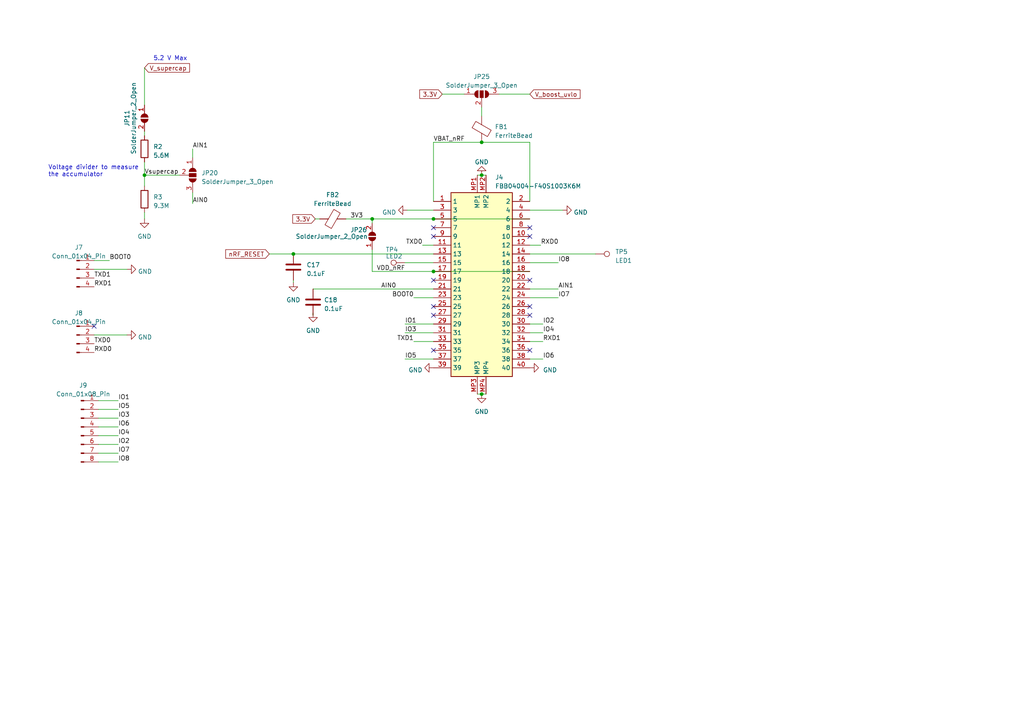
<source format=kicad_sch>
(kicad_sch (version 20230121) (generator eeschema)
  (paper "A4")
  (title_block (comment 1 "Manufacturer Part-No: FBB04004-F40S1003K6M (female/socket)") (comment 2 "There are two suppliers for the connectors, Panasonic and TXGA.") (comment 3 "The available GPIOs are routed to a pin header for future use") (comment 4 "The WisBlock RAK4631 fits on this board via the WisConnector 40 pin female/header	"))
  (lib_symbols
    (symbol "Connector:Conn_01x04_Pin" (pin_names (offset 1.016) hide)
      (property "Reference" "J" (at 0 5.08 0))
      (property "Value" "Conn_01x04_Pin" (at 0 -7.62 0))
      (symbol "Conn_01x04_Pin_1_1"
        (polyline (pts (xy 1.27 -5.08) (xy 0.8636 -5.08)) (stroke (width 0.1524)))
        (polyline (pts (xy 1.27 -2.54) (xy 0.8636 -2.54)) (stroke (width 0.1524)))
        (polyline (pts (xy 1.27 0) (xy 0.8636 0)) (stroke (width 0.1524)))
        (polyline (pts (xy 1.27 2.54) (xy 0.8636 2.54)) (stroke (width 0.1524)))
        (rectangle (start 0.8636 -4.953) (end 0 -5.207) (stroke (width 0.1524)) (fill (type outline)))
        (rectangle (start 0.8636 -2.413) (end 0 -2.667) (stroke (width 0.1524)) (fill (type outline)))
        (rectangle (start 0.8636 0.127) (end 0 -0.127) (stroke (width 0.1524)) (fill (type outline)))
        (rectangle (start 0.8636 2.667) (end 0 2.413) (stroke (width 0.1524)) (fill (type outline)))
        (pin passive line (at 5.08 2.54 180) (length 3.81) (name "Pin_1") (number "1"))
        (pin passive line (at 5.08 0 180) (length 3.81) (name "Pin_2") (number "2"))
        (pin passive line (at 5.08 -2.54 180) (length 3.81) (name "Pin_3") (number "3"))
        (pin passive line (at 5.08 -5.08 180) (length 3.81) (name "Pin_4") (number "4"))
      )
    )
    (symbol "Connector:Conn_01x08_Pin" (pin_names (offset 1.016) hide)
      (property "Reference" "J" (at 0 10.16 0))
      (property "Value" "Conn_01x08_Pin" (at 0 -12.7 0))
      (symbol "Conn_01x08_Pin_1_1"
        (polyline (pts (xy 1.27 -10.16) (xy 0.8636 -10.16)) (stroke (width 0.1524)))
        (polyline (pts (xy 1.27 -7.62) (xy 0.8636 -7.62)) (stroke (width 0.1524)))
        (polyline (pts (xy 1.27 -5.08) (xy 0.8636 -5.08)) (stroke (width 0.1524)))
        (polyline (pts (xy 1.27 -2.54) (xy 0.8636 -2.54)) (stroke (width 0.1524)))
        (polyline (pts (xy 1.27 0) (xy 0.8636 0)) (stroke (width 0.1524)))
        (polyline (pts (xy 1.27 2.54) (xy 0.8636 2.54)) (stroke (width 0.1524)))
        (polyline (pts (xy 1.27 5.08) (xy 0.8636 5.08)) (stroke (width 0.1524)))
        (polyline (pts (xy 1.27 7.62) (xy 0.8636 7.62)) (stroke (width 0.1524)))
        (rectangle (start 0.8636 -10.033) (end 0 -10.287) (stroke (width 0.1524)) (fill (type outline)))
        (rectangle (start 0.8636 -7.493) (end 0 -7.747) (stroke (width 0.1524)) (fill (type outline)))
        (rectangle (start 0.8636 -4.953) (end 0 -5.207) (stroke (width 0.1524)) (fill (type outline)))
        (rectangle (start 0.8636 -2.413) (end 0 -2.667) (stroke (width 0.1524)) (fill (type outline)))
        (rectangle (start 0.8636 0.127) (end 0 -0.127) (stroke (width 0.1524)) (fill (type outline)))
        (rectangle (start 0.8636 2.667) (end 0 2.413) (stroke (width 0.1524)) (fill (type outline)))
        (rectangle (start 0.8636 5.207) (end 0 4.953) (stroke (width 0.1524)) (fill (type outline)))
        (rectangle (start 0.8636 7.747) (end 0 7.493) (stroke (width 0.1524)) (fill (type outline)))
        (pin passive line (at 5.08 7.62 180) (length 3.81) (name "Pin_1") (number "1"))
        (pin passive line (at 5.08 5.08 180) (length 3.81) (name "Pin_2") (number "2"))
        (pin passive line (at 5.08 2.54 180) (length 3.81) (name "Pin_3") (number "3"))
        (pin passive line (at 5.08 0 180) (length 3.81) (name "Pin_4") (number "4"))
        (pin passive line (at 5.08 -2.54 180) (length 3.81) (name "Pin_5") (number "5"))
        (pin passive line (at 5.08 -5.08 180) (length 3.81) (name "Pin_6") (number "6"))
        (pin passive line (at 5.08 -7.62 180) (length 3.81) (name "Pin_7") (number "7"))
        (pin passive line (at 5.08 -10.16 180) (length 3.81) (name "Pin_8") (number "8"))
      )
    )
    (symbol "Connector:TestPoint" (pin_numbers hide) (pin_names (offset 0.762) hide)
      (property "Reference" "TP" (at 0 6.858 0))
      (property "Value" "TestPoint" (at 0 5.08 0))
      (symbol "TestPoint_0_1"
        (circle (center 0 3.302) (radius 0.762))
      )
      (symbol "TestPoint_1_1"
        (pin passive line (at 0 0 90) (length 2.54) (name "1") (number "1"))
      )
    )
    (symbol "Device:C" (pin_numbers hide) (pin_names (offset 0.254))
      (property "Reference" "C" (at 0.635 2.54 0))
      (property "Value" "C" (at 0.635 -2.54 0))
      (symbol "C_0_1"
        (polyline (pts (xy -2.032 -0.762) (xy 2.032 -0.762)) (stroke (width 0.508)))
        (polyline (pts (xy -2.032 0.762) (xy 2.032 0.762)) (stroke (width 0.508)))
      )
      (symbol "C_1_1"
        (pin passive line (at 0 3.81 270) (length 2.794) (name "~") (number "1"))
        (pin passive line (at 0 -3.81 90) (length 2.794) (name "~") (number "2"))
      )
    )
    (symbol "Device:FerriteBead" (pin_numbers hide) (pin_names (offset 0))
      (property "Reference" "FB" (at -3.81 0.635 90))
      (property "Value" "FerriteBead" (at 3.81 0 90))
      (symbol "FerriteBead_0_1"
        (polyline (pts (xy 0 -1.27) (xy 0 -1.2192)))
        (polyline (pts (xy 0 1.27) (xy 0 1.2954)))
        (polyline (pts (xy -2.7686 0.4064) (xy -1.7018 2.2606) (xy 2.7686 -0.3048) (xy 1.6764 -2.159) (xy -2.7686 0.4064)))
      )
      (symbol "FerriteBead_1_1"
        (pin passive line (at 0 3.81 270) (length 2.54) (name "~") (number "1"))
        (pin passive line (at 0 -3.81 90) (length 2.54) (name "~") (number "2"))
      )
    )
    (symbol "Device:R" (pin_numbers hide) (pin_names (offset 0))
      (property "Reference" "R" (at 2.032 0 90))
      (property "Value" "R" (at 0 0 90))
      (symbol "R_0_1"
        (rectangle (start -1.016 -2.54) (end 1.016 2.54) (stroke (width 0.254)))
      )
      (symbol "R_1_1"
        (pin passive line (at 0 3.81 270) (length 1.27) (name "~") (number "1"))
        (pin passive line (at 0 -3.81 90) (length 1.27) (name "~") (number "2"))
      )
    )
    (symbol "FBB04004-F40S1003K6M:FBB04004-F40S1003K6M"
      (property "Reference" "J" (at 59.69 12.7 0))
      (property "Value" "FBB04004-F40S1003K6M" (at 59.69 10.16 0))
      (symbol "FBB04004-F40S1003K6M_1_1"
        (rectangle (start 5.08 7.62) (end 58.42 -10.16) (stroke (width 0.254)) (fill (type background)))
        (pin passive line (at 7.62 -15.24 90) (length 5.08) (name "1") (number "1"))
        (pin passive line (at 17.78 12.7 270) (length 5.08) (name "10") (number "10"))
        (pin passive line (at 20.32 -15.24 90) (length 5.08) (name "11") (number "11"))
        (pin passive line (at 20.32 12.7 270) (length 5.08) (name "12") (number "12"))
        (pin passive line (at 22.86 -15.24 90) (length 5.08) (name "13") (number "13"))
        (pin passive line (at 22.86 12.7 270) (length 5.08) (name "14") (number "14"))
        (pin passive line (at 25.4 -15.24 90) (length 5.08) (name "15") (number "15"))
        (pin passive line (at 25.4 12.7 270) (length 5.08) (name "16") (number "16"))
        (pin passive line (at 27.94 -15.24 90) (length 5.08) (name "17") (number "17"))
        (pin passive line (at 27.94 12.7 270) (length 5.08) (name "18") (number "18"))
        (pin passive line (at 30.48 -15.24 90) (length 5.08) (name "19") (number "19"))
        (pin passive line (at 7.62 12.7 270) (length 5.08) (name "2") (number "2"))
        (pin passive line (at 30.48 12.7 270) (length 5.08) (name "20") (number "20"))
        (pin passive line (at 33.02 -15.24 90) (length 5.08) (name "21") (number "21"))
        (pin passive line (at 33.02 12.7 270) (length 5.08) (name "22") (number "22"))
        (pin passive line (at 35.56 -15.24 90) (length 5.08) (name "23") (number "23"))
        (pin passive line (at 35.56 12.7 270) (length 5.08) (name "24") (number "24"))
        (pin passive line (at 38.1 -15.24 90) (length 5.08) (name "25") (number "25"))
        (pin passive line (at 38.1 12.7 270) (length 5.08) (name "26") (number "26"))
        (pin passive line (at 40.64 -15.24 90) (length 5.08) (name "27") (number "27"))
        (pin passive line (at 40.64 12.7 270) (length 5.08) (name "28") (number "28"))
        (pin passive line (at 43.18 -15.24 90) (length 5.08) (name "29") (number "29"))
        (pin passive line (at 10.16 -15.24 90) (length 5.08) (name "3") (number "3"))
        (pin passive line (at 43.18 12.7 270) (length 5.08) (name "30") (number "30"))
        (pin passive line (at 45.72 -15.24 90) (length 5.08) (name "31") (number "31"))
        (pin passive line (at 45.72 12.7 270) (length 5.08) (name "32") (number "32"))
        (pin passive line (at 48.26 -15.24 90) (length 5.08) (name "33") (number "33"))
        (pin passive line (at 48.26 12.7 270) (length 5.08) (name "34") (number "34"))
        (pin passive line (at 50.8 -15.24 90) (length 5.08) (name "35") (number "35"))
        (pin passive line (at 50.8 12.7 270) (length 5.08) (name "36") (number "36"))
        (pin passive line (at 53.34 -15.24 90) (length 5.08) (name "37") (number "37"))
        (pin passive line (at 53.34 12.7 270) (length 5.08) (name "38") (number "38"))
        (pin passive line (at 55.88 -15.24 90) (length 5.08) (name "39") (number "39"))
        (pin passive line (at 10.16 12.7 270) (length 5.08) (name "4") (number "4"))
        (pin passive line (at 55.88 12.7 270) (length 5.08) (name "40") (number "40"))
        (pin passive line (at 12.7 -15.24 90) (length 5.08) (name "5") (number "5"))
        (pin passive line (at 12.7 12.7 270) (length 5.08) (name "6") (number "6"))
        (pin passive line (at 15.24 -15.24 90) (length 5.08) (name "7") (number "7"))
        (pin passive line (at 15.24 12.7 270) (length 5.08) (name "8") (number "8"))
        (pin passive line (at 17.78 -15.24 90) (length 5.08) (name "9") (number "9"))
        (pin passive line (at 0 -2.54 0) (length 5.08) (name "MP1") (number "MP1"))
        (pin passive line (at 0 0 0) (length 5.08) (name "MP2") (number "MP2"))
        (pin passive line (at 63.5 -2.54 180) (length 5.08) (name "MP3") (number "MP3"))
        (pin passive line (at 63.5 0 180) (length 5.08) (name "MP4") (number "MP4"))
      )
    )
    (symbol "Jumper:SolderJumper_2_Open" (pin_names (offset 0) hide)
      (property "Reference" "JP" (at 0 2.032 0))
      (property "Value" "SolderJumper_2_Open" (at 0 -2.54 0))
      (symbol "SolderJumper_2_Open_0_1"
        (arc (start -0.254 1.016) (mid -1.2656 0) (end -0.254 -1.016))
        (arc (start -0.254 1.016) (mid -1.2656 0) (end -0.254 -1.016) (fill (type outline)))
        (polyline (pts (xy -0.254 1.016) (xy -0.254 -1.016)))
        (polyline (pts (xy 0.254 1.016) (xy 0.254 -1.016)))
        (arc (start 0.254 -1.016) (mid 1.2656 0) (end 0.254 1.016))
        (arc (start 0.254 -1.016) (mid 1.2656 0) (end 0.254 1.016) (fill (type outline)))
      )
      (symbol "SolderJumper_2_Open_1_1"
        (pin passive line (at -3.81 0 0) (length 2.54) (name "A") (number "1"))
        (pin passive line (at 3.81 0 180) (length 2.54) (name "B") (number "2"))
      )
    )
    (symbol "Jumper:SolderJumper_3_Open" (pin_names (offset 0) hide)
      (property "Reference" "JP" (at -2.54 -2.54 0))
      (property "Value" "SolderJumper_3_Open" (at 0 2.794 0))
      (symbol "SolderJumper_3_Open_0_1"
        (arc (start -1.016 1.016) (mid -2.0276 0) (end -1.016 -1.016))
        (arc (start -1.016 1.016) (mid -2.0276 0) (end -1.016 -1.016) (fill (type outline)))
        (rectangle (start -0.508 1.016) (end 0.508 -1.016) (fill (type outline)))
        (polyline (pts (xy -2.54 0) (xy -2.032 0)))
        (polyline (pts (xy -1.016 1.016) (xy -1.016 -1.016)))
        (polyline (pts (xy 0 -1.27) (xy 0 -1.016)))
        (polyline (pts (xy 1.016 1.016) (xy 1.016 -1.016)))
        (polyline (pts (xy 2.54 0) (xy 2.032 0)))
        (arc (start 1.016 -1.016) (mid 2.0276 0) (end 1.016 1.016))
        (arc (start 1.016 -1.016) (mid 2.0276 0) (end 1.016 1.016) (fill (type outline)))
      )
      (symbol "SolderJumper_3_Open_1_1"
        (pin passive line (at -5.08 0 0) (length 2.54) (name "A") (number "1"))
        (pin passive line (at 0 -3.81 90) (length 2.54) (name "C") (number "2"))
        (pin passive line (at 5.08 0 180) (length 2.54) (name "B") (number "3"))
      )
    )
    (symbol "power:GND" (power) (pin_names (offset 0))
      (property "Value" "GND" (at 0 -3.81 0))
      (symbol "GND_0_1"
        (polyline (pts (xy 0 0) (xy 0 -1.27) (xy 1.27 -1.27) (xy 0 -2.54) (xy -1.27 -1.27) (xy 0 -1.27)))
      )
      (symbol "GND_1_1"
        (pin power_in line (at 0 0 270) (length 0) hide (name "GND") (number "1"))
      )
    )
  )
  (junction (at 85.09 73.66))
  (junction (at 139.7 50.8))
  (junction (at 125.73 78.74))
  (junction (at 107.95 63.5))
  (junction (at 41.91 50.8))
  (junction (at 139.7 41.275))
  (junction (at 125.73 63.5))
  (junction (at 139.7 114.3))
  (no_connect (at 153.67 88.9))
  (no_connect (at 125.73 66.04))
  (no_connect (at 125.73 91.44))
  (no_connect (at 153.67 68.58))
  (no_connect (at 153.67 81.28))
  (no_connect (at 153.67 66.04))
  (no_connect (at 125.73 81.28))
  (no_connect (at 153.67 101.6))
  (no_connect (at 125.73 88.9))
  (no_connect (at 125.73 68.58))
  (no_connect (at 125.73 101.6))
  (no_connect (at 27.305 94.615))
  (no_connect (at 153.67 91.44))
  (wire (pts (xy 28.575 131.445) (xy 34.29 131.445)))
  (wire (pts (xy 117.475 76.2) (xy 125.73 76.2)))
  (wire (pts (xy 85.09 73.66) (xy 125.73 73.66)))
  (wire (pts (xy 128.27 27.305) (xy 134.62 27.305)))
  (wire (pts (xy 41.91 19.685) (xy 41.91 30.48)))
  (wire (pts (xy 118.11 60.96) (xy 125.73 60.96)))
  (wire (pts (xy 27.305 78.105) (xy 36.83 78.105)))
  (wire (pts (xy 90.805 91.44) (xy 90.805 90.805)))
  (wire (pts (xy 122.555 71.12) (xy 125.73 71.12)))
  (wire (pts (xy 41.91 61.595) (xy 41.91 63.5)))
  (wire (pts (xy 55.88 55.88) (xy 55.88 59.055)))
  (wire (pts (xy 153.67 99.06) (xy 157.48 99.06)))
  (wire (pts (xy 85.09 81.915) (xy 85.09 81.28)))
  (wire (pts (xy 91.44 63.5) (xy 92.71 63.5)))
  (wire (pts (xy 28.575 116.205) (xy 34.29 116.205)))
  (wire (pts (xy 153.67 83.82) (xy 161.925 83.82)))
  (wire (pts (xy 125.73 41.275) (xy 125.73 58.42)))
  (wire (pts (xy 90.805 83.82) (xy 125.73 83.82)))
  (wire (pts (xy 28.575 133.985) (xy 34.29 133.985)))
  (wire (pts (xy 28.575 128.905) (xy 34.29 128.905)))
  (wire (pts (xy 153.67 96.52) (xy 157.48 96.52)))
  (wire (pts (xy 153.67 71.12) (xy 156.845 71.12)))
  (wire (pts (xy 107.95 78.74) (xy 125.73 78.74)))
  (wire (pts (xy 153.67 93.98) (xy 157.48 93.98)))
  (wire (pts (xy 117.475 93.98) (xy 125.73 93.98)))
  (wire (pts (xy 41.91 38.1) (xy 41.91 39.37)))
  (wire (pts (xy 107.95 63.5) (xy 107.95 64.77)))
  (wire (pts (xy 28.575 118.745) (xy 34.29 118.745)))
  (wire (pts (xy 107.95 63.5) (xy 125.73 63.5)))
  (wire (pts (xy 120.015 99.06) (xy 125.73 99.06)))
  (wire (pts (xy 28.575 123.825) (xy 34.29 123.825)))
  (wire (pts (xy 139.7 41.275) (xy 125.73 41.275)))
  (wire (pts (xy 153.67 41.275) (xy 139.7 41.275)))
  (wire (pts (xy 138.43 114.3) (xy 139.7 114.3)))
  (wire (pts (xy 153.67 76.2) (xy 161.925 76.2)))
  (wire (pts (xy 41.91 50.8) (xy 41.91 53.975)))
  (wire (pts (xy 125.73 78.74) (xy 153.67 78.74)))
  (wire (pts (xy 27.305 97.155) (xy 36.83 97.155)))
  (wire (pts (xy 107.95 72.39) (xy 107.95 78.74)))
  (wire (pts (xy 139.7 31.115) (xy 139.7 33.655)))
  (wire (pts (xy 153.67 73.66) (xy 172.72 73.66)))
  (wire (pts (xy 139.7 50.8) (xy 140.97 50.8)))
  (wire (pts (xy 55.88 43.18) (xy 55.88 45.72)))
  (wire (pts (xy 139.7 114.3) (xy 140.97 114.3)))
  (wire (pts (xy 27.305 75.565) (xy 31.75 75.565)))
  (wire (pts (xy 153.67 58.42) (xy 153.67 41.275)))
  (wire (pts (xy 28.575 126.365) (xy 34.29 126.365)))
  (wire (pts (xy 120.015 86.36) (xy 125.73 86.36)))
  (wire (pts (xy 153.67 104.14) (xy 157.48 104.14)))
  (wire (pts (xy 117.475 96.52) (xy 125.73 96.52)))
  (wire (pts (xy 138.43 50.8) (xy 139.7 50.8)))
  (wire (pts (xy 28.575 121.285) (xy 34.29 121.285)))
  (wire (pts (xy 78.105 73.66) (xy 85.09 73.66)))
  (wire (pts (xy 125.73 63.5) (xy 153.67 63.5)))
  (wire (pts (xy 100.33 63.5) (xy 107.95 63.5)))
  (wire (pts (xy 144.78 27.305) (xy 153.67 27.305)))
  (wire (pts (xy 117.475 104.14) (xy 125.73 104.14)))
  (wire (pts (xy 41.91 50.8) (xy 52.07 50.8)))
  (wire (pts (xy 163.195 60.96) (xy 153.67 60.96)))
  (wire (pts (xy 153.67 86.36) (xy 161.925 86.36)))
  (wire (pts (xy 41.91 46.99) (xy 41.91 50.8)))
  (text "Voltage divider to measure\nthe accumulator" (at 13.97 51.435 0) (effects (font (size 1.27 1.27)) (justify left bottom)))
  (text "5.2 V Max" (at 44.45 17.78 0) (effects (font (size 1.27 1.27)) (justify left bottom)))
  (label "RXD1" (at 157.48 99.06 0))
  (label "IO4" (at 157.48 96.52 0))
  (label "IO6" (at 34.29 123.825 0))
  (label "IO7" (at 34.29 131.445 0))
  (label "TXD1" (at 120.015 99.06 180))
  (label "VDD_nRF" (at 109.22 78.74 0))
  (label "IO6" (at 157.48 104.14 0))
  (label "AIN0" (at 55.88 59.055 0))
  (label "BOOT0" (at 120.015 86.36 180))
  (label "RXD1" (at 27.305 83.185 0))
  (label "RXD0" (at 156.845 71.12 0))
  (label "IO3" (at 117.475 96.52 0))
  (label "Vsupercap" (at 41.91 50.8 0))
  (label "AIN1" (at 55.88 43.18 0))
  (label "IO1" (at 117.475 93.98 0))
  (label "IO5" (at 34.29 118.745 0))
  (label "BOOT0" (at 31.75 75.565 0))
  (label "AIN1" (at 161.925 83.82 0))
  (label "AIN0" (at 114.935 83.82 180))
  (label "IO4" (at 34.29 126.365 0))
  (label "IO5" (at 117.475 104.14 0))
  (label "IO2" (at 157.48 93.98 0))
  (label "TXD1" (at 27.305 80.645 0))
  (label "VBAT_nRF" (at 125.73 41.275 0))
  (label "IO1" (at 34.29 116.205 0))
  (label "IO8" (at 161.925 76.2 0))
  (label "IO8" (at 34.29 133.985 0))
  (label "IO3" (at 34.29 121.285 0))
  (label "IO2" (at 34.29 128.905 0))
  (label "RXD0" (at 27.305 102.235 0))
  (label "IO7" (at 161.925 86.36 0))
  (label "TXD0" (at 122.555 71.12 180))
  (label "TXD0" (at 27.305 99.695 0))
  (label "3V3" (at 101.6 63.5 0))
  (global_label "3.3V" (shape input) (at 91.44 63.5 180) (property "Intersheetrefs" "${INTERSHEET_REFS}" (effects hide)))
  (global_label "3.3V" (shape input) (at 128.27 27.305 180) (property "Intersheetrefs" "${INTERSHEET_REFS}" (effects hide)))
  (global_label "V_supercap" (shape input) (at 41.91 19.685 0) (property "Intersheetrefs" "${INTERSHEET_REFS}" (effects hide)))
  (global_label "V_boost_uvlo" (shape input) (at 153.67 27.305 0) (property "Intersheetrefs" "${INTERSHEET_REFS}" (effects hide)))
  (global_label "nRF_RESET" (shape input) (at 78.105 73.66 180) (property "Intersheetrefs" "${INTERSHEET_REFS}" (effects hide)))
  (symbol (lib_id "power:GND") (at 41.91 63.5 0) (unit 1)
    (property "Reference" "#PWR010" (effects hide))
    (property "Value" "GND" (at 41.91 68.58 0))
    (instances (project "suntastic" (path "" (reference "#PWR010") (unit 1)) (path "" (reference "#PWR025") (unit 1))))
  )
  (symbol (lib_id "Device:R") (at 41.91 57.785 0) (unit 1)
    (property "Reference" "R3" (at 44.45 57.15 0) (effects (justify left)))
    (property "Value" "9.3M" (at 44.45 59.69 0) (effects (justify left)))
    (property "Footprint" "Resistor_SMD:R_0603_1608Metric_Pad0.98x0.95mm_HandSolder" (effects hide))
    (instances (project "suntastic" (path "" (reference "R3") (unit 1)) (path "" (reference "R6") (unit 1))))
  )
  (symbol (lib_id "Jumper:SolderJumper_2_Open") (at 107.95 68.58 90) (unit 1)
    (property "Reference" "JP26" (at 101.6 66.675 90) (effects (justify right)))
    (property "Value" "SolderJumper_2_Open" (at 85.725 68.58 90) (effects (justify right)))
    (property "Footprint" "Jumper:SolderJumper-2_P1.3mm_Open_RoundedPad1.0x1.5mm" (effects hide))
  )
  (symbol (lib_id "Device:R") (at 41.91 43.18 0) (unit 1)
    (property "Reference" "R2" (at 44.45 42.545 0) (effects (justify left)))
    (property "Value" "5.6M" (at 44.45 45.085 0) (effects (justify left)))
    (property "Footprint" "Resistor_SMD:R_0603_1608Metric_Pad0.98x0.95mm_HandSolder" (effects hide))
    (instances (project "suntastic" (path "" (reference "R2") (unit 1)) (path "" (reference "R5") (unit 1))))
  )
  (symbol (lib_id "Connector:TestPoint") (at 117.475 76.2 90) (unit 1)
    (property "Reference" "TP4" (at 113.665 72.39 90))
    (property "Value" "LED2" (at 114.3 74.295 90))
    (property "Footprint" "TestPoint:TestPoint_Pad_D1.5mm" (effects hide))
  )
  (symbol (lib_id "power:GND") (at 118.11 60.96 270) (unit 1)
    (property "Reference" "#PWR027" (effects hide))
    (property "Value" "GND" (at 114.935 61.595 90) (effects (justify right)))
  )
  (symbol (lib_id "Device:C") (at 90.805 87.63 0) (unit 1)
    (property "Reference" "C18" (at 93.98 86.995 0) (effects (justify left)))
    (property "Value" "0.1uF" (at 93.98 89.535 0) (effects (justify left)))
    (property "Footprint" "Capacitor_SMD:C_0603_1608Metric_Pad1.08x0.95mm_HandSolder" (effects hide))
  )
  (symbol (lib_id "Jumper:SolderJumper_2_Open") (at 41.91 34.29 270) (unit 1)
    (property "Reference" "JP11" (at 36.83 34.29 0))
    (property "Value" "SolderJumper_2_Open" (at 38.735 34.29 0))
    (property "Footprint" "Jumper:SolderJumper-2_P1.3mm_Open_RoundedPad1.0x1.5mm" (effects hide))
    (instances (project "suntastic" (path "" (reference "JP11") (unit 1)) (path "" (reference "JP17") (unit 1))))
  )
  (symbol (lib_id "Device:FerriteBead") (at 96.52 63.5 90) (unit 1)
    (property "Reference" "FB2" (at 96.4692 56.515 90))
    (property "Value" "FerriteBead" (at 96.4692 59.055 90))
    (property "Footprint" "Inductor_SMD:L_0603_1608Metric_Pad1.05x0.95mm_HandSolder" (effects hide))
  )
  (symbol (lib_id "power:GND") (at 153.67 106.68 90) (unit 1)
    (property "Reference" "#PWR030" (effects hide))
    (property "Value" "GND" (at 157.48 107.315 90) (effects (justify right)))
  )
  (symbol (lib_id "power:GND") (at 85.09 81.915 0) (unit 1)
    (property "Reference" "#PWR010" (effects hide))
    (property "Value" "GND" (at 85.09 86.995 0))
    (instances (project "suntastic" (path "" (reference "#PWR010") (unit 1)) (path "" (reference "#PWR037") (unit 1))))
  )
  (symbol (lib_id "power:GND") (at 125.73 106.68 270) (unit 1)
    (property "Reference" "#PWR029" (effects hide))
    (property "Value" "GND" (at 122.555 107.315 90) (effects (justify right)))
  )
  (symbol (lib_id "Jumper:SolderJumper_3_Open") (at 55.88 50.8 270) (unit 1)
    (property "Reference" "JP20" (at 58.42 50.165 90) (effects (justify left)))
    (property "Value" "SolderJumper_3_Open" (at 58.42 52.705 90) (effects (justify left)))
    (property "Footprint" "Jumper:SolderJumper-3_P1.3mm_Open_RoundedPad1.0x1.5mm_NumberLabels" (effects hide))
  )
  (symbol (lib_id "power:GND") (at 90.805 90.805 0) (unit 1)
    (property "Reference" "#PWR010" (effects hide))
    (property "Value" "GND" (at 90.805 95.885 0))
    (instances (project "suntastic" (path "" (reference "#PWR010") (unit 1)) (path "" (reference "#PWR040") (unit 1))))
  )
  (symbol (lib_id "power:GND") (at 36.83 97.155 90) (unit 1)
    (property "Reference" "#PWR010" (effects hide))
    (property "Value" "GND" (at 40.005 97.79 90) (effects (justify right)))
    (instances (project "suntastic" (path "" (reference "#PWR010") (unit 1)) (path "" (reference "#PWR039") (unit 1))))
  )
  (symbol (lib_id "power:GND") (at 163.195 60.96 90) (unit 1)
    (property "Reference" "#PWR028" (effects hide))
    (property "Value" "GND" (at 166.37 61.595 90) (effects (justify right)))
  )
  (symbol (lib_id "Connector:Conn_01x04_Pin") (at 22.225 97.155 0) (unit 1)
    (property "Reference" "J8" (at 22.86 90.805 0))
    (property "Value" "Conn_01x04_Pin" (at 22.86 93.345 0))
    (property "Footprint" "Connector_PinHeader_2.54mm:PinHeader_1x04_P2.54mm_Vertical" (effects hide))
  )
  (symbol (lib_id "Jumper:SolderJumper_3_Open") (at 139.7 27.305 0) (unit 1)
    (property "Reference" "JP25" (at 139.7 22.225 0))
    (property "Value" "SolderJumper_3_Open" (at 139.7 24.765 0))
    (property "Footprint" "Jumper:SolderJumper-3_P1.3mm_Open_RoundedPad1.0x1.5mm_NumberLabels" (effects hide))
  )
  (symbol (lib_id "Device:FerriteBead") (at 139.7 37.465 0) (unit 1)
    (property "Reference" "FB1" (at 143.51 36.7792 0) (effects (justify left)))
    (property "Value" "FerriteBead" (at 143.51 39.3192 0) (effects (justify left)))
    (property "Footprint" "Inductor_SMD:L_0603_1608Metric_Pad1.05x0.95mm_HandSolder" (effects hide))
  )
  (symbol (lib_id "power:GND") (at 139.7 50.8 180) (unit 1)
    (property "Reference" "#PWR032" (effects hide))
    (property "Value" "GND" (at 139.7 46.99 0))
  )
  (symbol (lib_id "power:GND") (at 36.83 78.105 90) (unit 1)
    (property "Reference" "#PWR010" (effects hide))
    (property "Value" "GND" (at 40.005 78.74 90) (effects (justify right)))
    (instances (project "suntastic" (path "" (reference "#PWR010") (unit 1)) (path "" (reference "#PWR038") (unit 1))))
  )
  (symbol (lib_id "Connector:Conn_01x08_Pin") (at 23.495 123.825 0) (unit 1)
    (property "Reference" "J9" (at 24.13 111.76 0))
    (property "Value" "Conn_01x08_Pin" (at 24.13 114.3 0))
    (property "Footprint" "Connector_PinHeader_2.54mm:PinHeader_1x08_P2.54mm_Vertical" (effects hide))
  )
  (symbol (lib_id "power:GND") (at 139.7 114.3 0) (unit 1)
    (property "Reference" "#PWR031" (effects hide))
    (property "Value" "GND" (at 139.7 119.38 0))
  )
  (symbol (lib_id "Device:C") (at 85.09 77.47 0) (unit 1)
    (property "Reference" "C17" (at 88.9 76.835 0) (effects (justify left)))
    (property "Value" "0.1uF" (at 88.9 79.375 0) (effects (justify left)))
    (property "Footprint" "Capacitor_SMD:C_0603_1608Metric_Pad1.08x0.95mm_HandSolder" (effects hide))
  )
  (symbol (lib_id "Connector:Conn_01x04_Pin") (at 22.225 78.105 0) (unit 1)
    (property "Reference" "J7" (at 22.86 71.755 0))
    (property "Value" "Conn_01x04_Pin" (at 22.86 74.295 0))
    (property "Footprint" "Connector_PinHeader_2.54mm:PinHeader_1x04_P2.54mm_Vertical" (effects hide))
  )
  (symbol (lib_id "FBB04004-F40S1003K6M:FBB04004-F40S1003K6M") (at 140.97 50.8 270) (unit 1)
    (property "Reference" "J4" (at 143.6117 51.435 90) (effects (justify left)))
    (property "Value" "FBB04004-F40S1003K6M" (at 143.6117 53.975 90) (effects (justify left)))
    (property "Footprint" "FBB04004F40S1003K6M" (effects hide))
    (property "Datasheet" "https://tupian.txga.com/serials-attach/FBB04004-F/Drawing-FBB04004-F.pdf" (effects hide))
    (property "Height" "0.95" (effects hide))
    (property "Manufacturer_Name" "TXGA" (effects hide))
    (property "Manufacturer_Part_Number" "FBB04004-F40S1003K6M" (effects hide))
  )
  (symbol (lib_id "Connector:TestPoint") (at 172.72 73.66 270) (unit 1)
    (property "Reference" "TP5" (at 178.435 73.025 90) (effects (justify left)))
    (property "Value" "LED1" (at 178.435 75.565 90) (effects (justify left)))
    (property "Footprint" "TestPoint:TestPoint_Pad_D1.0mm" (effects hide))
  )
)
</source>
